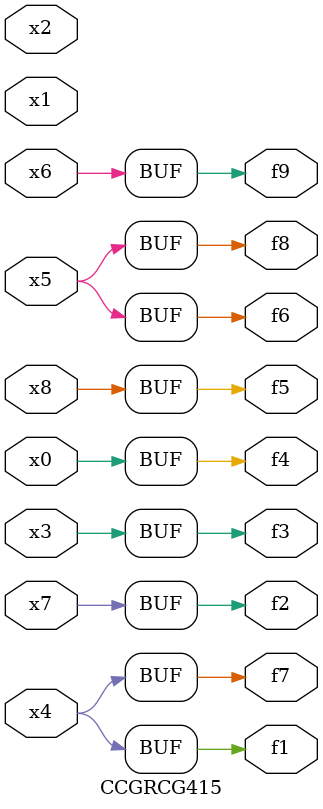
<source format=v>
module CCGRCG415(
	input x0, x1, x2, x3, x4, x5, x6, x7, x8,
	output f1, f2, f3, f4, f5, f6, f7, f8, f9
);
	assign f1 = x4;
	assign f2 = x7;
	assign f3 = x3;
	assign f4 = x0;
	assign f5 = x8;
	assign f6 = x5;
	assign f7 = x4;
	assign f8 = x5;
	assign f9 = x6;
endmodule

</source>
